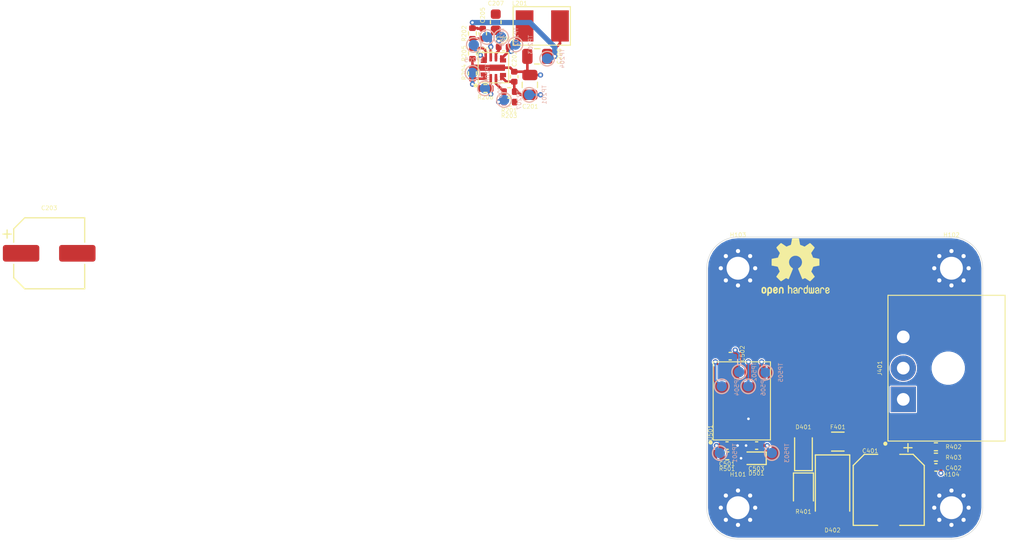
<source format=kicad_pcb>
(kicad_pcb (version 20211014) (generator pcbnew)
  (layers (0 "F.Cu" signal) (1 "In1.Cu" power "GND_F") (2 "In2.Cu" power "GND_B") (31 "B.Cu" signal) (34 "B.Paste" user) (35 "F.Paste" user) (36 "B.SilkS" user "B.Silkscreen") (37 "F.SilkS" user "F.Silkscreen") (38 "B.Mask" user) (39 "F.Mask" user) (44 "Edge.Cuts" user))
  (net 0 "")
  (net 1 "GND")
  (net 2 "+3V3")
  (net 3 "/LMR36503/PGOOD")
  (net 4 "/LMR36503/SW")
  (net 5 "/LMR36503/BOOT")
  (net 6 "/LMR36503/FB")
  (net 7 "/LMR36503/VCC")
  (net 8 "/LMR36503/EN")
  (net 9 "/LMR36503/RT")
  (net 10 "+12V")
  (net 11 "+12P")
  (net 12 "/POWER/FUSE/MEASURE/VBAT_ADC")
  (net 13 "/MC33660/ISO_KLINE")
  (net 14 "Net-(D401-Pad2)")
  (net 15 "Net-(D401-Pad1)")
  (net 16 "/MC33660/ISO_CEN")
  (net 17 "/MC33660/ISO_RX")
  (net 18 "/MC33660/ISO_TX")
  (footprint "Capacitor_SMD:CP_Elec_6.3x7.7" (layer "F.Cu") (at 93.345 75.565)
    (fp_text reference "C203" (at 0 -4.35) (layer "F.SilkS") (effects (font (size 0.4 0.4) (thickness 0.05))))
    (fp_text value "4u7")
    (pad "1" smd roundrect locked (at -2.7 0) (size 3.5 1.6) (layers "F.Cu" "F.Paste" "F.Mask") (roundrect_rratio 0.15625) (net 1 "GND"))
    (pad "2" smd roundrect locked (at 2.7 0) (size 3.5 1.6) (layers "F.Cu" "F.Paste" "F.Mask") (roundrect_rratio 0.15625) (net 1 "GND"))
  )
  (footprint "Symbol:OSHW-Logo2_7.3x6mm_SilkScreen" (layer "F.Cu") (at 165.0245 76.886)
    (fp_text reference "N101" hide)
    (fp_text value "Housing" hide)
  )
  (footprint "MountingHole:MountingHole_2.2mm_M2_Pad_Via" (layer "F.Cu") (at 180 77)
    (fp_text reference "H102" (at 0 -3.2) (layer "F.SilkS") (effects (font (size 0.4 0.4) (thickness 0.05))))
    (fp_text value "MountingHole_Pad")
    (pad "1" thru_hole circle locked (at -1.166726 1.166726) (size 0.7 0.7) (drill 0.4) (layers *.Cu *.Mask) (net 1 "GND"))
    (pad "1" thru_hole circle locked (at 0 0) (size 4.4 4.4) (drill 2.2) (layers *.Cu *.Mask) (net 1 "GND"))
    (pad "1" thru_hole circle locked (at 0 1.65) (size 0.7 0.7) (drill 0.4) (layers *.Cu *.Mask) (net 1 "GND"))
    (pad "1" thru_hole circle locked (at 1.166726 1.166726) (size 0.7 0.7) (drill 0.4) (layers *.Cu *.Mask) (net 1 "GND"))
    (pad "1" thru_hole circle locked (at -1.166726 -1.166726) (size 0.7 0.7) (drill 0.4) (layers *.Cu *.Mask) (net 1 "GND"))
    (pad "1" thru_hole circle locked (at 1.65 0) (size 0.7 0.7) (drill 0.4) (layers *.Cu *.Mask) (net 1 "GND"))
    (pad "1" thru_hole circle locked (at -1.65 0) (size 0.7 0.7) (drill 0.4) (layers *.Cu *.Mask) (net 1 "GND"))
    (pad "1" thru_hole circle locked (at 0 -1.65) (size 0.7 0.7) (drill 0.4) (layers *.Cu *.Mask) (net 1 "GND"))
    (pad "1" thru_hole circle locked (at 1.166726 -1.166726) (size 0.7 0.7) (drill 0.4) (layers *.Cu *.Mask) (net 1 "GND"))
  )
  (footprint "MountingHole:MountingHole_2.2mm_M2_Pad_Via" (layer "F.Cu") (at 159.5 77)
    (fp_text reference "H103" (at 0 -3.2) (layer "F.SilkS") (effects (font (size 0.4 0.4) (thickness 0.05))))
    (fp_text value "MountingHole_Pad")
    (pad "1" thru_hole circle locked (at 1.166726 -1.166726) (size 0.7 0.7) (drill 0.4) (layers *.Cu *.Mask) (net 1 "GND"))
    (pad "1" thru_hole circle locked (at -1.65 0) (size 0.7 0.7) (drill 0.4) (layers *.Cu *.Mask) (net 1 "GND"))
    (pad "1" thru_hole circle locked (at 1.65 0) (size 0.7 0.7) (drill 0.4) (layers *.Cu *.Mask) (net 1 "GND"))
    (pad "1" thru_hole circle locked (at -1.166726 1.166726) (size 0.7 0.7) (drill 0.4) (layers *.Cu *.Mask) (net 1 "GND"))
    (pad "1" thru_hole circle locked (at 0 0) (size 4.4 4.4) (drill 2.2) (layers *.Cu *.Mask) (net 1 "GND"))
    (pad "1" thru_hole circle locked (at 0 -1.65) (size 0.7 0.7) (drill 0.4) (layers *.Cu *.Mask) (net 1 "GND"))
    (pad "1" thru_hole circle locked (at 0 1.65) (size 0.7 0.7) (drill 0.4) (layers *.Cu *.Mask) (net 1 "GND"))
    (pad "1" thru_hole circle locked (at 1.166726 1.166726) (size 0.7 0.7) (drill 0.4) (layers *.Cu *.Mask) (net 1 "GND"))
    (pad "1" thru_hole circle locked (at -1.166726 -1.166726) (size 0.7 0.7) (drill 0.4) (layers *.Cu *.Mask) (net 1 "GND"))
  )
  (footprint "MountingHole:MountingHole_2.2mm_M2_Pad_Via" (layer "F.Cu") (at 180 100)
    (fp_text reference "H104" (at 0 -3.2) (layer "F.SilkS") (effects (font (size 0.4 0.4) (thickness 0.05))))
    (fp_text value "MountingHole_Pad")
    (pad "1" thru_hole circle locked (at 0 1.65) (size 0.7 0.7) (drill 0.4) (layers *.Cu *.Mask) (net 1 "GND"))
    (pad "1" thru_hole circle locked (at 0 -1.65) (size 0.7 0.7) (drill 0.4) (layers *.Cu *.Mask) (net 1 "GND"))
    (pad "1" thru_hole circle locked (at 1.166726 -1.166726) (size 0.7 0.7) (drill 0.4) (layers *.Cu *.Mask) (net 1 "GND"))
    (pad "1" thru_hole circle locked (at -1.166726 -1.166726) (size 0.7 0.7) (drill 0.4) (layers *.Cu *.Mask) (net 1 "GND"))
    (pad "1" thru_hole circle locked (at 1.65 0) (size 0.7 0.7) (drill 0.4) (layers *.Cu *.Mask) (net 1 "GND"))
    (pad "1" thru_hole circle locked (at -1.166726 1.166726) (size 0.7 0.7) (drill 0.4) (layers *.Cu *.Mask) (net 1 "GND"))
    (pad "1" thru_hole circle locked (at 0 0) (size 4.4 4.4) (drill 2.2) (layers *.Cu *.Mask) (net 1 "GND"))
    (pad "1" thru_hole circle locked (at -1.65 0) (size 0.7 0.7) (drill 0.4) (layers *.Cu *.Mask) (net 1 "GND"))
    (pad "1" thru_hole circle locked (at 1.166726 1.166726) (size 0.7 0.7) (drill 0.4) (layers *.Cu *.Mask) (net 1 "GND"))
  )
  (footprint "FZ6N_GATEWAY:2-1445055-3" (layer "F.Cu") (at 179.528 86.6 90)
    (fp_text reference "J401" (at 0.005 -6.405 90) (layer "F.SilkS") (effects (font (size 0.4 0.4) (thickness 0.05))))
    (fp_text value "Conn_01x03_Male")
    (pad "" np_thru_hole circle locked (at 0.005 0.165 90) (size 3 3) (drill 3) (layers *.Cu *.Mask))
    (pad "1" thru_hole rect locked (at -2.995 -4.155 90) (size 2.44 2.44) (drill 1.22) (layers *.Cu *.Mask) (net 10 "+12V"))
    (pad "2" thru_hole circle locked (at 0.005 -4.155 90) (size 2.44 2.44) (drill 1.22) (layers *.Cu *.Mask))
    (pad "3" thru_hole circle locked (at 3.005 -4.155 90) (size 2.44 2.44) (drill 1.22) (layers *.Cu *.Mask) (net 1 "GND"))
  )
  (footprint "MountingHole:MountingHole_2.2mm_M2_Pad_Via" (layer "F.Cu") (at 159.5 100)
    (fp_text reference "H101" (at 0 -3.2) (layer "F.SilkS") (effects (font (size 0.4 0.4) (thickness 0.05))))
    (fp_text value "MountingHole_Pad")
    (pad "1" thru_hole circle locked (at 0 1.65) (size 0.7 0.7) (drill 0.4) (layers *.Cu *.Mask) (net 1 "GND"))
    (pad "1" thru_hole circle locked (at -1.65 0) (size 0.7 0.7) (drill 0.4) (layers *.Cu *.Mask) (net 1 "GND"))
    (pad "1" thru_hole circle locked (at -1.166726 1.166726) (size 0.7 0.7) (drill 0.4) (layers *.Cu *.Mask) (net 1 "GND"))
    (pad "1" thru_hole circle locked (at 0 -1.65) (size 0.7 0.7) (drill 0.4) (layers *.Cu *.Mask) (net 1 "GND"))
    (pad "1" thru_hole circle locked (at 1.166726 1.166726) (size 0.7 0.7) (drill 0.4) (layers *.Cu *.Mask) (net 1 "GND"))
    (pad "1" thru_hole circle locked (at -1.166726 -1.166726) (size 0.7 0.7) (drill 0.4) (layers *.Cu *.Mask) (net 1 "GND"))
    (pad "1" thru_hole circle locked (at 0 0) (size 4.4 4.4) (drill 2.2) (layers *.Cu *.Mask) (net 1 "GND"))
    (pad "1" thru_hole circle locked (at 1.65 0) (size 0.7 0.7) (drill 0.4) (layers *.Cu *.Mask) (net 1 "GND"))
    (pad "1" thru_hole circle locked (at 1.166726 -1.166726) (size 0.7 0.7) (drill 0.4) (layers *.Cu *.Mask) (net 1 "GND"))
  )
  (footprint "Fuse:Fuse_1206_3216Metric" (layer "F.Cu") (at 169.0885 93.65)
    (fp_text reference "F401" (at 0 -1.397) (layer "F.SilkS") (effects (font (size 0.4 0.4) (thickness 0.05))))
    (fp_text value "Fuse")
    (pad "1" smd roundrect locked (at -1.4 0) (size 1.25 1.75) (layers "F.Cu" "F.Paste" "F.Mask") (roundrect_rratio 0.2) (net 14 "Net-(D401-Pad2)"))
    (pad "2" smd roundrect locked (at 1.4 0) (size 1.25 1.75) (layers "F.Cu" "F.Paste" "F.Mask") (roundrect_rratio 0.2) (net 10 "+12V"))
  )
  (footprint "Capacitor_SMD:CP_Elec_6.3x5.7" (layer "F.Cu") (at 173.978 98.2855 -90)
    (fp_text reference "C401" (at -3.7465 1.778) (layer "F.SilkS") (effects (font (size 0.4 0.4) (thickness 0.05))))
    (fp_text value "22u")
    (pad "1" smd roundrect locked (at -2.7 0 270) (size 3.5 1.6) (layers "F.Cu" "F.Paste" "F.Mask") (roundrect_rratio 0.15625) (net 10 "+12V"))
    (pad "2" smd roundrect locked (at 2.7 0 270) (size 3.5 1.6) (layers "F.Cu" "F.Paste" "F.Mask") (roundrect_rratio 0.15625) (net 1 "GND"))
  )
  (footprint "Capacitor_SMD:C_0402_1005Metric" (layer "F.Cu") (at 178.50968 96.1265)
    (fp_text reference "C402" (at 1.69132 0.0635) (layer "F.SilkS") (effects (font (size 0.4 0.4) (thickness 0.05))))
    (fp_text value "100n")
    (pad "1" smd roundrect locked (at -0.48 0) (size 0.56 0.62) (layers "F.Cu" "F.Paste" "F.Mask") (net 1 "GND"))
    (pad "2" smd roundrect locked (at 0.48 0) (size 0.56 0.62) (layers "F.Cu" "F.Paste" "F.Mask") (net 12 "/POWER/FUSE/MEASURE/VBAT_ADC"))
  )
  (footprint "Capacitor_SMD:C_0402_1005Metric" (layer "F.Cu") (at 161.2909 94.0303)
    (fp_text reference "C503" (at -0.0254 2.2098) (layer "F.SilkS") (effects (font (size 0.4 0.4) (thickness 0.05))))
    (fp_text value "10n")
    (pad "1" smd roundrect locked (at -0.48 0) (size 0.56 0.62) (layers "F.Cu" "F.Paste" "F.Mask") (net 1 "GND"))
    (pad "2" smd roundrect locked (at 0.48 0) (size 0.56 0.62) (layers "F.Cu" "F.Paste" "F.Mask") (net 13 "/MC33660/ISO_KLINE"))
  )
  (footprint "Diode_SMD:D_SOD-323_HandSoldering" (layer "F.Cu") (at 165.7865 94.539 90)
    (fp_text reference "D401" (at 2.286 0 180) (layer "F.SilkS") (effects (font (size 0.4 0.4) (thickness 0.05))))
    (fp_text value "350mV")
    (pad "1" smd rect locked (at -1.25 0 90) (size 1 1) (layers "F.Cu" "F.Paste" "F.Mask") (net 15 "Net-(D401-Pad1)"))
    (pad "2" smd rect locked (at 1.25 0 90) (size 1 1) (layers "F.Cu" "F.Paste" "F.Mask") (net 14 "Net-(D401-Pad2)"))
  )
  (footprint "Diode_SMD:D_SMA" (layer "F.Cu") (at 168.5805 98.33122 -90)
    (fp_text reference "D402" (at 3.82778 0 180) (layer "F.SilkS") (effects (font (size 0.4 0.4) (thickness 0.05))))
    (fp_text value "22V")
    (pad "1" smd rect locked (at -2 0 270) (size 2.5 1.8) (layers "F.Cu" "F.Paste" "F.Mask") (net 14 "Net-(D401-Pad2)"))
    (pad "2" smd rect locked (at 2 0 270) (size 2.5 1.8) (layers "F.Cu" "F.Paste" "F.Mask") (net 1 "GND"))
  )
  (footprint "Diode_SMD:D_0805_2012Metric" (layer "F.Cu") (at 165.7865 98.349 -90)
    (fp_text reference "R401" (at 2.032 0 180) (layer "F.SilkS") (effects (font (size 0.4 0.4) (thickness 0.05))))
    (fp_text value "340k")
    (pad "1" smd roundrect locked (at -0.9375 0 270) (size 0.975 1.4) (layers "F.Cu" "F.Paste" "F.Mask") (net 15 "Net-(D401-Pad1)"))
    (pad "2" smd roundrect locked (at 0.9375 0 270) (size 0.975 1.4) (layers "F.Cu" "F.Paste" "F.Mask") (net 11 "+12P"))
  )
  (footprint "FZ6N_GATEWAY:MC33660_SOICN-8" (layer "F.Cu") (at 159.8685 89.7377 90)
    (fp_text reference "U501" (at -3.0734 -3.0226 90) (layer "F.SilkS") (effects (font (size 0.4 0.4) (thickness 0.05))))
    (fp_text value "MC33660")
    (pad "1" smd rect locked (at -2.74 -1.905 90) (size 1.52 0.76) (layers "F.Cu" "F.Paste" "F.Mask") (net 11 "+12P"))
    (pad "2" smd rect locked (at -2.74 -0.635 90) (size 1.52 0.76) (layers "F.Cu" "F.Paste" "F.Mask"))
    (pad "3" smd rect locked (at -2.74 0.635 90) (size 1.52 0.76) (layers "F.Cu" "F.Paste" "F.Mask") (net 1 "GND"))
    (pad "4" smd rect locked (at -2.74 1.905 90) (size 1.52 0.76) (layers "F.Cu" "F.Paste" "F.Mask") (net 13 "/MC33660/ISO_KLINE"))
    (pad "5" smd rect locked (at 2.74 1.905 90) (size 1.52 0.76) (layers "F.Cu" "F.Paste" "F.Mask") (net 18 "/MC33660/ISO_TX"))
    (pad "6" smd rect locked (at 2.74 0.635 90) (size 1.52 0.76) (layers "F.Cu" "F.Paste" "F.Mask") (net 17 "/MC33660/ISO_RX"))
    (pad "7" smd rect locked (at 2.74 -0.635 90) (size 1.52 0.76) (layers "F.Cu" "F.Paste" "F.Mask") (net 2 "+3V3"))
    (pad "8" smd rect locked (at 2.74 -1.905 90) (size 1.52 0.76) (layers "F.Cu" "F.Paste" "F.Mask") (net 16 "/MC33660/ISO_CEN"))
  )
  (footprint "Resistor_SMD:R_0402_1005Metric" (layer "F.Cu") (at 158.4661 95.0209 180)
    (fp_text reference "R501" (at 0.02 -1.2446) (layer "F.SilkS") (effects (font (size 0.4 0.4) (thickness 0.05))))
    (fp_text value "510R")
    (pad "1" smd roundrect locked (at -0.51 0 180) (size 0.54 0.64) (layers "F.Cu" "F.Paste" "F.Mask") (net 13 "/MC33660/ISO_KLINE"))
    (pad "2" smd roundrect locked (at 0.51 0 180) (size 0.54 0.64) (layers "F.Cu" "F.Paste" "F.Mask") (net 11 "+12P"))
  )
  (footprint "Capacitor_SMD:C_0402_1005Metric" (layer "F.Cu") (at 158.4461 94.0303 180)
    (fp_text reference "C501" (at 0 -1.7526) (layer "F.SilkS") (effects (font (size 0.4 0.4) (thickness 0.05))))
    (fp_text value "10n")
    (pad "1" smd roundrect locked (at -0.48 0 180) (size 0.56 0.62) (layers "F.Cu" "F.Paste" "F.Mask") (net 1 "GND"))
    (pad "2" smd roundrect locked (at 0.48 0 180) (size 0.56 0.62) (layers "F.Cu" "F.Paste" "F.Mask") (net 11 "+12P"))
  )
  (footprint "Capacitor_SMD:C_0402_1005Metric" (layer "F.Cu") (at 158.7509 85.4451)
    (fp_text reference "C502" (at 1.1684 -0.254 90) (layer "F.SilkS") (effects (font (size 0.4 0.4) (thickness 0.05))))
    (fp_text value "10n")
    (pad "1" smd roundrect locked (at -0.48 0) (size 0.56 0.62) (layers "F.Cu" "F.Paste" "F.Mask") (net 1 "GND"))
    (pad "2" smd roundrect locked (at 0.48 0) (size 0.56 0.62) (layers "F.Cu" "F.Paste" "F.Mask") (net 2 "+3V3"))
  )
  (footprint "Diode_SMD:D_SOD-523" (layer "F.Cu") (at 161.0623 95.2495 180)
    (fp_text reference "D501" (at -0.2032 -1.4478) (layer "F.SilkS") (effects (font (size 0.4 0.4) (thickness 0.05))))
    (fp_text value "24V")
    (pad "1" smd rect locked (at -0.7 0) (size 0.6 0.7) (layers "F.Cu" "F.Paste" "F.Mask") (net 13 "/MC33660/ISO_KLINE"))
    (pad "2" smd rect locked (at 0.7 0) (size 0.6 0.7) (layers "F.Cu" "F.Paste" "F.Mask") (net 1 "GND"))
  )
  (footprint "Resistor_SMD:R_0402_1005Metric" (layer "F.Cu") (at 178.50936 94.15038 180)
    (fp_text reference "R402" (at -1.69164 -0.00762) (layer "F.SilkS") (effects (font (size 0.4 0.4) (thickness 0.05))))
    (fp_text value "71k5")
    (pad "1" smd roundrect locked (at -0.51 0 180) (size 0.54 0.64) (layers "F.Cu" "F.Paste" "F.Mask") (net 12 "/POWER/FUSE/MEASURE/VBAT_ADC"))
    (pad "2" smd roundrect locked (at 0.51 0 180) (size 0.54 0.64) (layers "F.Cu" "F.Paste" "F.Mask") (net 10 "+12V"))
  )
  (footprint "Resistor_SMD:R_0402_1005Metric" (layer "F.Cu") (at 178.50968 95.14352)
    (fp_text reference "R403" (at 1.69132 0.03048) (layer "F.SilkS") (effects (font (size 0.4 0.4) (thickness 0.05))))
    (fp_text value "15k8")
    (pad "1" smd roundrect locked (at -0.51 0) (size 0.54 0.64) (layers "F.Cu" "F.Paste" "F.Mask") (net 1 "GND"))
    (pad "2" smd roundrect locked (at 0.51 0) (size 0.54 0.64) (layers "F.Cu" "F.Paste" "F.Mask") (net 12 "/POWER/FUSE/MEASURE/VBAT_ADC"))
  )
  (footprint "Capacitor_SMD:C_0402_1005Metric" (layer "F.Cu") (at 136.9936 55.751 180)
    (fp_text reference "C204" (at -0.014 0.76) (layer "F.SilkS") (effects (font (size 0.4 0.4) (thickness 0.05))))
    (fp_text value "100n")
    (pad "1" smd roundrect locked (at -0.48 0 180) (size 0.56 0.62) (layers "F.Cu" "F.Paste" "F.Mask") (net 4 "/LMR36503/SW"))
    (pad "2" smd roundrect locked (at 0.48 0 180) (size 0.56 0.62) (layers "F.Cu" "F.Paste" "F.Mask") (net 5 "/LMR36503/BOOT"))
  )
  (footprint "Capacitor_SMD:C_0402_1005Metric" (layer "F.Cu") (at 138.0102 58.6046 -90)
    (fp_text reference "C202" (at -1.7086 -0.0134 90) (layer "F.SilkS") (effects (font (size 0.4 0.4) (thickness 0.05))))
    (fp_text value "100n")
    (pad "1" smd roundrect locked (at -0.48 0 270) (size 0.56 0.62) (layers "F.Cu" "F.Paste" "F.Mask") (net 1 "GND"))
    (pad "2" smd roundrect locked (at 0.48 0 270) (size 0.56 0.62) (layers "F.Cu" "F.Paste" "F.Mask") (net 11 "+12P"))
  )
  (footprint "FZ6N_GATEWAY:LMR36503_VQFN-HR-9" (layer "F.Cu") (at 136.0036 57.741 90)
    (fp_text reference "U201" (at 1.734 -0.774) (layer "F.SilkS") (effects (font (size 0.4 0.4) (thickness 0.05))))
    (fp_text value "LMR36503")
    (pad "1" smd custom locked (at -0.825 -0.736 90) (size 0.75 0.225) (layers "F.Cu" "F.Mask") (net 9 "/LMR36503/RT") (options (clearance outline) (anchor rect)) (primitives (gr_poly (pts (xy 0.37 0.108) (xy -0.03 0.108) (xy -0.03 -0.467) (xy 0.37 -0.467)) (width 0.01) (fill yes))))
    (pad "2" smd roundrect locked (at -0.9 -0.25 90) (size 0.6 0.25) (layers "F.Cu" "F.Paste" "F.Mask") (roundrect_rratio 0.2) (net 3 "/LMR36503/PGOOD"))
    (pad "3" smd roundrect locked (at -0.9 0.25 90) (size 0.6 0.25) (layers "F.Cu" "F.Paste" "F.Mask") (roundrect_rratio 0.2) (net 8 "/LMR36503/EN"))
    (pad "4" smd custom locked (at -0.85 0.75 90) (size 0.7 0.225) (layers "F.Cu" "F.Paste" "F.Mask") (net 11 "+12P") (options (clearance outline) (anchor rect)) (primitives (gr_poly (pts (xy 0.345 0.465) (xy -0.055 0.465) (xy -0.055 -0.11) (xy 0.345 -0.11)) (width 0.01) (fill yes))))
    (pad "5" smd custom locked (at 0.85 0.75 90) (size 0.7 0.225) (layers "F.Cu" "F.Paste" "F.Mask") (net 4 "/LMR36503/SW") (options (clearance outline) (anchor rect)) (primitives (gr_poly (pts (xy 0.055 0.465) (xy -0.345 0.465) (xy -0.345 -0.11) (xy 0.055 -0.11)) (width 0.01) (fill yes))))
    (pad "6" smd roundrect locked (at 0.9 0.25 90) (size 0.6 0.25) (layers "F.Cu" "F.Paste" "F.Mask") (roundrect_rratio 0.2) (net 5 "/LMR36503/BOOT"))
    (pad "7" smd roundrect locked (at 0.9 -0.25 90) (size 0.6 0.25) (layers "F.Cu" "F.Paste" "F.Mask") (roundrect_rratio 0.2) (net 7 "/LMR36503/VCC"))
    (pad "8" smd custom locked (at 0.825 -0.736 90) (size 0.75 0.225) (layers "F.Cu" "F.Mask") (net 6 "/LMR36503/FB") (options (clearance outline) (anchor rect)) (primitives (gr_poly (pts (xy 0.03 0.108) (xy -0.37 0.108) (xy -0.37 -0.467) (xy 0.03 -0.467)) (width 0.01) (fill yes))))
    (pad "9" smd roundrect locked (at 0 -0.55 270) (size 0.35 1.3) (layers "F.Cu" "F.Mask") (roundrect_rratio 0.143) (net 1 "GND"))
  )
  (footprint "FZ6N_GATEWAY:PM1812-820J-RC" (layer "F.Cu") (at 140.7026 53.7278)
    (fp_text reference "L201" (at -2.171 -2.1658) (layer "F.SilkS") (effects (font (size 0.4 0.4) (thickness 0.05))))
    (fp_text value "82u")
    (pad "1" smd rect locked (at -1.7 0) (size 1.7 3) (layers "F.Cu" "F.Paste" "F.Mask") (net 4 "/LMR36503/SW"))
    (pad "2" smd rect locked (at 1.7 0) (size 1.7 3) (layers "F.Cu" "F.Paste" "F.Mask") (net 2 "+3V3"))
  )
  (footprint "Resistor_SMD:R_0402_1005Metric" (layer "F.Cu") (at 135.2416 59.7349 180)
    (fp_text reference "R206" (at 0 -0.8441) (layer "F.SilkS") (effects (font (size 0.4 0.4) (thickness 0.05))))
    (fp_text value "4k7")
    (pad "1" smd roundrect locked (at -0.51 0 180) (size 0.54 0.64) (layers "F.Cu" "F.Paste" "F.Mask") (net 3 "/LMR36503/PGOOD"))
    (pad "2" smd roundrect locked (at 0.51 0 180) (size 0.54 0.64) (layers "F.Cu" "F.Paste" "F.Mask") (net 2 "+3V3"))
  )
  (footprint "Resistor_SMD:R_0402_1005Metric" (layer "F.Cu") (at 133.997 56.366 90)
    (fp_text reference "R205" (at 0 -0.7994 90) (layer "F.SilkS") (effects (font (size 0.4 0.4) (thickness 0.05))))
    (fp_text value "43k2")
    (pad "1" smd roundrect locked (at -0.51 0 90) (size 0.54 0.64) (layers "F.Cu" "F.Paste" "F.Mask") (net 1 "GND"))
    (pad "2" smd roundrect locked (at 0.51 0 90) (size 0.54 0.64) (layers "F.Cu" "F.Paste" "F.Mask") (net 6 "/LMR36503/FB"))
  )
  (footprint "Capacitor_SMD:C_0402_1005Metric" (layer "F.Cu") (at 134.9836 54.471 90)
    (fp_text reference "C205" (at 1.766 -0.008 90) (layer "F.SilkS") (effects (font (size 0.4 0.4) (thickness 0.05))))
    (fp_text value "10n")
    (pad "1" smd roundrect locked (at -0.48 0 90) (size 0.56 0.62) (layers "F.Cu" "F.Paste" "F.Mask") (net 6 "/LMR36503/FB"))
    (pad "2" smd roundrect locked (at 0.48 0 90) (size 0.56 0.62) (layers "F.Cu" "F.Paste" "F.Mask") (net 2 "+3V3"))
  )
  (footprint "Capacitor_SMD:C_0805_2012Metric" (layer "F.Cu") (at 140.22 56.6488)
    (fp_text reference "C206" (at 2.1216 -0.0068 90) (layer "F.SilkS") (effects (font (size 0.4 0.4) (thickness 0.05))))
    (fp_text value "22u")
    (pad "1" smd roundrect locked (at -0.95 0) (size 1 1.45) (layers "F.Cu" "F.Paste" "F.Mask") (net 1 "GND"))
    (pad "2" smd roundrect locked (at 0.95 0) (size 1 1.45) (layers "F.Cu" "F.Paste" "F.Mask") (net 2 "+3V3"))
  )
  (footprint "Resistor_SMD:R_0402_1005Metric" (layer "F.Cu") (at 133.997 58.2871 -90)
    (fp_text reference "R204" (at -0.1211 0.7994 90) (layer "F.SilkS") (effects (font (size 0.4 0.4) (thickness 0.05))))
    (fp_text value "15k8")
    (pad "1" smd roundrect locked (at -0.51 0 270) (size 0.54 0.64) (layers "F.Cu" "F.Paste" "F.Mask") (net 1 "GND"))
    (pad "2" smd roundrect locked (at 0.51 0 270) (size 0.54 0.64) (layers "F.Cu" "F.Paste" "F.Mask") (net 9 "/LMR36503/RT"))
  )
  (footprint "Resistor_SMD:R_0402_1005Metric" (layer "F.Cu") (at 133.9936 54.451 90)
    (fp_text reference "R202" (at 0 -0.796 90) (layer "F.SilkS") (effects (font (size 0.4 0.4) (thickness 0.05))))
    (fp_text value "100k")
    (pad "1" smd roundrect locked (at -0.51 0 90) (size 0.54 0.64) (layers "F.Cu" "F.Paste" "F.Mask") (net 6 "/LMR36503/FB"))
    (pad "2" smd roundrect locked (at 0.51 0 90) (size 0.54 0.64) (layers "F.Cu" "F.Paste" "F.Mask") (net 2 "+3V3"))
  )
  (footprint "Resistor_SMD:R_0402_1005Metric" (layer "F.Cu") (at 137.5403 60.0397)
    (fp_text reference "R201" (at -0.0247 1.8093) (layer "F.SilkS") (effects (font (size 0.4 0.4) (thickness 0.05))))
    (fp_text value "340k")
    (pad "1" smd roundrect locked (at -0.51 0) (size 0.54 0.64) (layers "F.Cu" "F.Paste" "F.Mask") (net 8 "/LMR36503/EN"))
    (pad "2" smd roundrect locked (at 0.51 0) (size 0.54 0.64) (layers "F.Cu" "F.Paste" "F.Mask") (net 11 "+12P"))
  )
  (footprint "Capacitor_SMD:C_0805_2012Metric" (layer "F.Cu") (at 139.5088 59.392 -90)
    (fp_text reference "C201" (at 2.076 -0.0388) (layer "F.SilkS") (effects (font (size 0.4 0.4) (thickness 0.05))))
    (fp_text value "2u2")
    (pad "1" smd roundrect locked (at -0.95 0 270) (size 1 1.45) (layers "F.Cu" "F.Paste" "F.Mask") (net 1 "GND"))
    (pad "2" smd roundrect locked (at 0.95 0 270) (size 1 1.45) (layers "F.Cu" "F.Paste" "F.Mask") (net 11 "+12P"))
  )
  (footprint "Resistor_SMD:R_0402_1005Metric" (layer "F.Cu") (at 137.5403 61.043 180)
    (fp_text reference "R203" (at 0.0247 -1.314) (layer "F.SilkS") (effects (font (size 0.4 0.4) (thickness 0.05))))
    (fp_text value "15k8")
    (pad "1" smd roundrect locked (at -0.51 0 180) (size 0.54 0.64) (layers "F.Cu" "F.Paste" "F.Mask") (net 1 "GND"))
    (pad "2" smd roundrect locked (at 0.51 0 180) (size 0.54 0.64) (layers "F.Cu" "F.Paste" "F.Mask") (net 8 "/LMR36503/EN"))
  )
  (footprint "Capacitor_SMD:C_0603_1608Metric" (layer "F.Cu") (at 136.2336 53.371 -90)
    (fp_text reference "C207" (at -1.809 -0.012 180) (layer "F.SilkS") (effects (font (size 0.4 0.4) (thickness 0.05))))
    (fp_text value "1u")
    (pad "1" smd roundrect locked (at -0.775 0 270) (size 0.9 0.95) (layers "F.Cu" "F.Paste" "F.Mask") (net 1 "GND"))
    (pad "2" smd roundrect locked (at 0.775 0 270) (size 0.9 0.95) (layers "F.Cu" "F.Paste" "F.Mask") (net 7 "/LMR36503/VCC"))
  )
  (footprint "TestPoint:TestPoint_Pad_D1.0mm" (layer "B.Cu") (at 157.75 94.75 90)
    (fp_text reference "TP501" (at 0 1.448 90) (layer "B.SilkS") (effects (font (size 0.4 0.4) (thickness 0.05)) (justify mirror)))
    (fp_text value "TestPoint")
    (pad "1" smd circle locked (at 0 0 90) (size 1 1) (layers "B.Cu" "B.Mask") (net 11 "+12P"))
  )
  (footprint "TestPoint:TestPoint_Pad_D1.0mm" (layer "B.Cu") (at 159.6145 86.9691 90)
    (fp_text reference "TP502" (at 0 1.448 90) (layer "B.SilkS") (effects (font (size 0.4 0.4) (thickness 0.05)) (justify mirror)))
    (fp_text value "TestPoint")
    (pad "1" smd circle locked (at 0 0 90) (size 1 1) (layers "B.Cu" "B.Mask") (net 2 "+3V3"))
  )
  (footprint "TestPoint:TestPoint_Pad_D1.0mm" (layer "B.Cu") (at 162.75 94.75 90)
    (fp_text reference "TP503" (at 0 1.448 90) (layer "B.SilkS") (effects (font (size 0.4 0.4) (thickness 0.05)) (justify mirror)))
    (fp_text value "TestPoint")
    (pad "1" smd circle locked (at 0 0 90) (size 1 1) (layers "B.Cu" "B.Mask") (net 13 "/MC33660/ISO_KLINE"))
  )
  (footprint "TestPoint:TestPoint_Pad_D1.0mm" (layer "B.Cu") (at 157.9381 88.3407 90)
    (fp_text reference "TP504" (at 0 1.448 90) (layer "B.SilkS") (effects (font (size 0.4 0.4) (thickness 0.05)) (justify mirror)))
    (fp_text value "TestPoint")
    (pad "1" smd circle locked (at 0 0 90) (size 1 1) (layers "B.Cu" "B.Mask") (net 16 "/MC33660/ISO_CEN"))
  )
  (footprint "TestPoint:TestPoint_Pad_D1.0mm" (layer "B.Cu") (at 162.1545 87.0199 90)
    (fp_text reference "TP505" (at 0 1.448 90) (layer "B.SilkS") (effects (font (size 0.4 0.4) (thickness 0.05)) (justify mirror)))
    (fp_text value "TestPoint")
    (pad "1" smd circle locked (at 0 0 90) (size 1 1) (layers "B.Cu" "B.Mask") (net 18 "/MC33660/ISO_TX"))
  )
  (footprint "TestPoint:TestPoint_Pad_D1.0mm" (layer "B.Cu") (at 135.3936 54.791 90)
    (fp_text reference "TP209" (at 0 1.448 90) (layer "B.SilkS") (effects (font (size 0.4 0.4) (thickness 0.05)) (justify mirror)))
    (fp_text value "TestPoint")
    (pad "1" smd circle locked (at 0 0 90) (size 1 1) (layers "B.Cu" "B.Mask") (net 7 "/LMR36503/VCC"))
  )
  (footprint "TestPoint:TestPoint_Pad_D1.0mm" (layer "B.Cu") (at 137.0323 60.8398 90)
    (fp_text reference "TP207" (at 0 1.448 90) (layer "B.SilkS") (effects (font (size 0.4 0.4) (thickness 0.05)) (justify mirror)))
    (fp_text value "TestPoint")
    (pad "1" smd circle locked (at 0 0 90) (size 1 1) (layers "B.Cu" "B.Mask") (net 8 "/LMR36503/EN"))
  )
  (footprint "TestPoint:TestPoint_Pad_D1.0mm" (layer "B.Cu") (at 133.997 58.23376 90)
    (fp_text reference "TP208" (at 0 1.448 90) (layer "B.SilkS") (effects (font (size 0.4 0.4) (thickness 0.05)) (justify mirror)))
    (fp_text value "TestPoint")
    (pad "1" smd circle locked (at 0 0 90) (size 1 1) (layers "B.Cu" "B.Mask") (net 9 "/LMR36503/RT"))
  )
  (footprint "TestPoint:TestPoint_Pad_D1.0mm" (layer "B.Cu") (at 141.17504 56.87232 90)
    (fp_text reference "TP204" (at 0 1.448 90) (layer "B.SilkS") (effects (font (size 0.4 0.4) (thickness 0.05)) (justify mirror)))
    (fp_text value "TestPoint")
    (pad "1" smd circle locked (at 0 0 90) (size 1 1) (layers "B.Cu" "B.Mask") (net 2 "+3V3"))
  )
  (footprint "TestPoint:TestPoint_Pad_D1.0mm" (layer "B.Cu") (at 138.12196 55.51596 90)
    (fp_text reference "TP203" (at 0 1.448 90) (layer "B.SilkS") (effects (font (size 0.4 0.4) (thickness 0.05)) (justify mirror)))
    (fp_text value "TestPoint")
    (pad "1" smd circle locked (at 0 0 90) (size 1 1) (layers "B.Cu" "B.Mask") (net 4 "/LMR36503/SW"))
  )
  (footprint "TestPoint:TestPoint_Pad_D1.0mm" (layer "B.Cu") (at 139.45292 60.34704 90)
    (fp_text reference "TP201" (at 0 1.448 90) (layer "B.SilkS") (effects (font (size 0.4 0.4) (thickness 0.05)) (justify mirror)))
    (fp_text value "TestPoint")
    (pad "1" smd circle locked (at 0 0 90) (size 1 1) (layers "B.Cu" "B.Mask") (net 11 "+12P"))
  )
  (footprint "TestPoint:TestPoint_Pad_D1.0mm" (layer "B.Cu") (at 136.74528 54.78952 90)
    (fp_text reference "TP202" (at 0 1.448 90) (layer "B.SilkS") (effects (font (size 0.4 0.4) (thickness 0.05)) (justify mirror)))
    (fp_text value "TestPoint")
    (pad "1" smd circle locked (at 0 0 90) (size 1 1) (layers "B.Cu" "B.Mask") (net 5 "/LMR36503/BOOT"))
  )
  (footprint "TestPoint:TestPoint_Pad_D1.0mm" (layer "B.Cu") (at 134.1236 55.551)
    (fp_text reference "TP205" (at 0 1.448) (layer "B.SilkS") (effects (font (size 0.4 0.4) (thickness 0.05)) (justify mirror)))
    (fp_text value "TestPoint")
    (pad "1" smd circle locked (at 0 0) (size 1 1) (layers "B.Cu" "B.Mask") (net 6 "/LMR36503/FB"))
  )
  (footprint "TestPoint:TestPoint_Pad_D1.0mm" (layer "B.Cu") (at 135.19588 59.7222 90)
    (fp_text reference "TP206" (at 0 1.448 90) (layer "B.SilkS") (effects (font (size 0.4 0.4) (thickness 0.05)) (justify mirror)))
    (fp_text value "TestPoint")
    (pad "1" smd circle locked (at 0 0 90) (size 1 1) (layers "B.Cu" "B.Mask") (net 3 "/LMR36503/PGOOD"))
  )
  (footprint "TestPoint:TestPoint_Pad_D1.0mm" (layer "B.Cu") (at 160.4781 88.3407 90)
    (fp_text reference "TP506" (at 0 1.448 90) (layer "B.SilkS") (effects (font (size 0.4 0.4) (thickness 0.05)) (justify mirror)))
    (fp_text value "TestPoint")
    (pad "1" smd circle locked (at 0 0 90) (size 1 1) (layers "B.Cu" "B.Mask") (net 17 "/MC33660/ISO_RX"))
  )
  (gr_poly (pts (xy 137.0711 57.991) (xy 134.1247 57.991) (xy 134.1247 57.491) (xy 137.0711 57.491)) (layer "F.Cu") (width 0.1) (fill solid))
  (gr_arc (start 180 74) (mid 182.12132 74.87868) (end 183 77) (layer "Edge.Cuts") (width 0.05))
  (gr_line (start 180 74) (end 159.5 74) (layer "Edge.Cuts") (width 0.05))
  (gr_line (start 183 100) (end 183 77) (layer "Edge.Cuts") (width 0.05))
  (gr_line (start 156.5 77) (end 156.5 100) (layer "Edge.Cuts") (width 0.05))
  (gr_arc (start 159.5 103) (mid 157.37868 102.12132) (end 156.5 100) (layer "Edge.Cuts") (width 0.05))
  (gr_arc (start 156.5 77) (mid 157.37868 74.87868) (end 159.5 74) (layer "Edge.Cuts") (width 0.05))
  (gr_arc (start 183 100) (mid 182.12132 102.12132) (end 180 103) (layer "Edge.Cuts") (width 0.05))
  (gr_line (start 159.5 103) (end 180 103) (layer "Edge.Cuts") (width 0.05))
  (segment (start 139.27 58.2032) (end 139.5088 58.442) (width 0.25) (layer "F.Cu") (net 1))
  (segment (start 135.4536 57.741) (end 137.6266 57.741) (width 0.25) (layer "F.Cu") (net 1))
  (segment (start 138.0102 58.1246) (end 139.1914 58.1246) (width 0.25) (layer "F.Cu") (net 1))
  (segment (start 139.1914 58.1246) (end 139.5088 58.442) (width 0.25) (layer "F.Cu") (net 1))
  (segment (start 139.5088 58.442) (end 140.5326 58.442) (width 0.25) (layer "F.Cu") (net 1))
  (segment (start 140.5326 58.442) (end 140.5336 58.441) (width 0.25) (layer "F.Cu") (net 1))
  (segment (start 137.6266 57.741) (end 138.0102 58.1246) (width 0.25) (layer "F.Cu") (net 1))
  (segment (start 135.4175 57.7771) (end 135.4536 57.741) (width 0.25) (layer "F.Cu") (net 1))
  (segment (start 133.997 57.7771) (end 133.997 56.876) (width 0.25) (layer "F.Cu") (net 1))
  (segment (start 133.997 57.7771) (end 135.4175 57.7771) (width 0.25) (layer "F.Cu") (net 1))
  (segment (start 139.27 56.6488) (end 139.27 58.2032) (width 0.25) (layer "F.Cu") (net 1))
  (segment locked (start 160.3623 95.2495) (end 160.3623 94.4789) (width 0.2) (layer "F.Cu") (net 1))
  (segment locked (start 160.8109 94.0303) (end 160.2749 94.0303) (width 0.2) (layer "F.Cu") (net 1))
  (segment locked (start 160.3623 94.4789) (end 160.8109 94.0303) (width 0.2) (layer "F.Cu") (net 1))
  (segment (start 177.99968 95.14352) (end 177.99968 96.0965) (width 0.2) (layer "F.Cu") (net 1))
  (segment locked (start 158.9261 94.0303) (end 159.4621 94.0303) (width 0.2) (layer "F.Cu") (net 1))
  (segment (start 177.99968 96.0965) (end 178.02968 96.1265) (width 0.2) (layer "F.Cu") (net 1))
  (segment locked (start 160.3623 95.2495) (end 159.7923 95.2495) (width 0.2) (layer "F.Cu") (net 1))
  (segment locked (start 160.8109 93.7451) (end 160.5035 93.4377) (width 0.2) (layer "F.Cu") (net 1))
  (segment locked (start 159.4621 94.0303) (end 159.9109 94.0303) (width 0.2) (layer "F.Cu") (net 1))
  (segment locked (start 160.8109 94.0303) (end 160.8109 93.7451) (width 0.2) (layer "F.Cu") (net 1))
  (segment locked (start 159.9109 94.0303) (end 160.5035 93.4377) (width 0.2) (layer "F.Cu") (net 1))
  (segment locked (start 160.5035 93.4377) (end 160.5035 92.4777) (width 0.2) (layer "F.Cu") (net 1))
  (segment locked (start 160.5035 92.4777) (end 160.5035 91.4649) (width 0.2) (layer "F.Cu") (net 1))
  (via (at 140.5336 58.441) (size 0.5) (drill 0.25) (layers "F.Cu" "B.Cu") (net 1))
  (via locked (at 159.4621 94.0303) (size 0.5) (drill 0.25) (layers "F.Cu" "B.Cu") (net 1))
  (via locked (at 160.2749 94.0303) (size 0.5) (drill 0.25) (layers "F.Cu" "B.Cu") (net 1))
  (via locked (at 160.5035 91.4649) (size 0.5) (drill 0.25) (layers "F.Cu" "B.Cu") (net 1))
  (via locked (at 159.7923 95.2495) (size 0.5) (drill 0.25) (layers "F.Cu" "B.Cu") (net 1))
  (segment (start 141.90148 56.6488) (end 141.90656 56.64372) (width 0.25) (layer "F.Cu") (net 2))
  (segment (start 141.17 56.6488) (end 142.4026 55.4162) (width 0.25) (layer "F.Cu") (net 2))
  (segment (start 142.4026 55.4162) (end 142.4026 53.7278) (width 0.25) (layer "F.Cu") (net 2))
  (segment (start 133.9936 53.401) (end 133.9936 53.941) (width 0.25) (layer "F.Cu") (net 2))
  (segment (start 134.5136 53.991) (end 134.4636 53.941) (width 0.25) (layer "F.Cu") (net 2))
  (segment (start 134.4636 53.941) (end 133.9936 53.941) (width 0.25) (layer "F.Cu") (net 2))
  (segment (start 134.9836 53.991) (end 134.5136 53.991) (width 0.25) (layer "F.Cu") (net 2))
  (segment (start 141.17 56.6488) (end 141.90148 56.6488) (width 0.25) (layer "F.Cu") (net 2))
  (segment locked (start 159.2335 85.4477) (end 159.2309 85.4451) (width 0.4) (layer "F.Cu") (net 2))
  (segment locked (start 159.2309 85.4451) (end 159.2309 84.8635) (width 0.4) (layer "F.Cu") (net 2))
  (segment locked (start 159.2335 86.9977) (end 159.2335 85.4477) (width 0.4) (layer "F.Cu") (net 2))
  (segment locked (start 159.2309 84.8635) (end 159.2335 84.8609) (width 0.4) (layer "F.Cu") (net 2))
  (via (at 141.90656 56.64372) (size 0.5) (drill 0.25) (layers "F.Cu" "B.Cu") (net 2))
  (via (at 133.9936 53.401) (size 0.5) (drill 0.25) (layers "F.Cu" "B.Cu") (net 2))
  (via locked (at 159.2335 84.8609) (size 0.5) (drill 0.25) (layers "F.Cu" "B.Cu") (net 2))
  (segment (start 133.9936 53.401) (end 139.5336 53.401) (width 0.5) (layer "B.Cu") (net 2))
  (segment (start 141.90656 55.77396) (end 141.90656 56.64372) (width 0.5) (layer "B.Cu") (net 2))
  (segment (start 139.5336 53.401) (end 141.90656 55.77396) (width 0.5) (layer "B.Cu") (net 2))
  (segment (start 141.17504 56.87232) (end 141.67796 56.87232) (width 0.25) (layer "B.Cu") (net 2))
  (segment (start 141.67796 56.87232) (end 141.90656 56.64372) (width 0.25) (layer "B.Cu") (net 2))
  (segment locked (start 159.6145 85.2419) (end 159.6145 86.9691) (width 0.2) (layer "B.Cu") (net 2))
  (segment locked (start 159.2335 84.8609) (end 159.6145 85.2419) (width 0.2) (layer "B.Cu") (net 2))
  (segment (start 135.7516 59.7349) (end 135.7516 58.643) (width 0.25) (layer "F.Cu") (net 3))
  (segment (start 135.7516 58.643) (end 135.7536 58.641) (width 0.25) (layer "F.Cu") (net 3))
  (segment (start 135.7516 59.7349) (end 135.7516 60.2663) (width 0.25) (layer "F.Cu") (net 3))
  (segment (start 135.7516 60.2663) (end 135.7496 60.2683) (width 0.25) (layer "F.Cu") (net 3))
  (via (at 135.7496 60.2683) (size 0.5) (drill 0.25) (layers "F.Cu" "B.Cu") (net 3))
  (segment (start 135.7496 60.2683) (end 135.74198 60.2683) (width 0.25) (layer "B.Cu") (net 3))
  (segment (start 135.74198 60.2683) (end 135.19588 59.7222) (width 0.25) (layer "B.Cu") (net 3))
  (segment (start 137.3736 56.271) (end 137.3736 55.7852) (width 0.25) (layer "F.Cu") (net 4))
  (segment (start 139.0026 53.7278) (end 139.0026 54.222) (width 0.25) (layer "F.Cu") (net 4))
  (segment (start 139.0026 54.222) (end 137.4736 55.751) (width 0.25) (layer "F.Cu") (net 4))
  (segment (start 137.4736 55.751) (end 137.4736 56.171) (width 0.25) (layer "F.Cu") (net 4))
  (segment (start 137.4736 56.171) (end 136.7536 56.891) (width 0.25) (layer "F.Cu") (net 4))
  (segment (start 137.3736 55.7852) (end 137.6836 55.7852) (width 0.25) (layer "F.Cu") (net 4))
  (segment (start 137.6836 55.7852) (end 139.0026 54.4662) (width 0.25) (layer "F.Cu") (net 4))
  (segment (start 139.0026 54.4662) (end 139.0026 53.7278) (width 0.25) (layer "F.Cu") (net 4))
  (segment (start 136.7536 56.891) (end 137.3736 56.271) (width 0.25) (layer "F.Cu") (net 4))
  (via (at 137.71556 56.17636) (size 0.5) (drill 0.25) (layers "F.Cu" "B.Cu") (net 4))
  (segment (start 137.71556 55.92236) (end 138.12196 55.51596) (width 0.25) (layer "B.Cu") (net 4))
  (segment (start 137.71556 56.17636) (end 137.71556 55.92236) (width 0.25) (layer "B.Cu") (net 4))
  (segment (start 136.5136 55.751) (end 136.5136 55.181) (width 0.25) (layer "F.Cu") (net 5))
  (segment (start 136.2536 56.38) (end 136.5136 56.12) (width 0.25) (layer "F.Cu") (net 5))
  (segment (start 136.5136 56.12) (end 136.5136 55.751) (width 0.25) (layer "F.Cu") (net 5))
  (segment (start 136.2536 56.841) (end 136.2536 56.38) (width 0.25) (layer "F.Cu") (net 5))
  (via (at 136.5136 55.181) (size 0.5) (drill 0.25) (layers "F.Cu" "B.Cu") (net 5))
  (segment (start 136.74528 54.78952) (end 136.74528 54.94932) (width 0.25) (layer "B.Cu") (net 5))
  (segment (start 136.74528 54.94932) (end 136.5136 55.181) (width 0.25) (layer "B.Cu") (net 5))
  (segment (start 133.997 55.856) (end 133.997 54.9644) (width 0.25) (layer "F.Cu") (net 6))
  (segment (start 133.997 54.9644) (end 133.9936 54.961) (width 0.25) (layer "F.Cu") (net 6))
  (segment (start 135.2676 56.916) (end 135.1286 56.916) (width 0.25) (layer "F.Cu") (net 6))
  (segment (start 135.1286 56.916) (end 134.7536 56.541) (width 0.25) (layer "F.Cu") (net 6))
  (segment (start 135.0186 55.856) (end 135.2676 56.105) (width 0.25) (layer "F.Cu") (net 6))
  (segment (start 135.2676 56.105) (end 135.2676 56.916) (width 0.25) (layer "F.Cu") (net 6))
  (segment (start 133.997 55.856) (end 135.0186 55.856) (width 0.25) (layer "F.Cu") (net 6))
  (segment (start 133.9936 54.961) (end 134.9736 54.961) (width 0.25) (layer "F.Cu") (net 6))
  (segment (start 134.9736 54.961) (end 134.9836 54.951) (width 0.25) (layer "F.Cu") (net 6))
  (via (at 134.7536 56.541) (size 0.5) (drill 0.25) (layers "F.Cu" "B.Cu") (net 6))
  (segment (start 134.1236 55.551) (end 134.1236 55.911) (width 0.25) (layer "B.Cu") (net 6))
  (segment (start 134.1236 55.911) (end 134.7536 56.541) (width 0.25) (layer "B.Cu") (net 6))
  (segment (start 135.7536 56.841) (end 135.7536 54.626) (width 0.25) (layer "F.Cu") (net 7))
  (segment (start 135.7536 54.626) (end 136.2336 54.146) (width 0.25) (layer "F.Cu") (net 7))
  (via (at 135.7536 55.731) (size 0.5) (drill 0.25) (layers "F.Cu" "B.Cu") (net 7))
  (segment (start 135.7536 55.731) (end 135.7536 55.151) (width 0.25) (layer "B.Cu") (net 7))
  (segment (start 135.7536 55.151) (end 135.3936 54.791) (width 0.25) (layer "B.Cu") (net 7))
  (segment (start 137.0303 61.043) (end 137.0303 60.0397) (width 0.25) (layer "F.Cu") (net 8))
  (segment (start 136.2536 58.641) (end 136.2536 59.263) (width 0.25) (layer "F.Cu") (net 8))
  (segment (start 136.2536 59.263) (end 137.0303 60.0397) (width 0.25) (layer "F.Cu") (net 8))
  (segment (start 136.5136 61.021) (end 137.0083 61.021) (width 0.25) (layer "F.Cu") (net 8))
  (segment (start 137.0083 61.021) (end 137.0303 61.043) (width 0.25) (layer "F.Cu") (net 8))
  (via (at 136.5136 61.021) (size 0.5) (drill 0.25) (layers "F.Cu" "B.Cu") (net 8))
  (segment (start 136.5136 61.021) (end 136.8511 61.021) (width 0.25) (layer "B.Cu") (net 8))
  (segment (start 136.8511 61.021) (end 137.0323 60.8398) (width 0.25) (layer "B.Cu") (net 8))
  (segment (start 133.997 58.7971) (end 133.997 59.3144) (width 0.25) (layer "F.Cu") (net 9))
  (segment (start 133.997 59.3144) (end 134.0036 59.321) (width 0.25) (layer "F.Cu") (net 9))
  (segment (start 135.0385 58.7951) (end 133.999 58.7951) (width 0.25) (layer "F.Cu") (net 9))
  (segment (start 133.999 58.7951) (end 133.997 58.7971) (width 0.25) (layer "F.Cu") (net 9))
  (segment (start 135.2676 58.566) (end 135.0385 58.7951) (width 0.25) (layer "F.Cu") (net 9))
  (via (at 134.0036 59.321) (size 0.5) (drill 0.25) (layers "F.Cu" "B.Cu") (net 9))
  (segment (start 134.0036 59.321) (end 134.0036 58.24036) (width 0.25) (layer "B.Cu") (net 9))
  (segment (start 134.0036 58.24036) (end 133.997 58.23376) (width 0.25) (layer "B.Cu") (net 9))
  (segment (start 176.9244 94.15038) (end 175.48928 95.5855) (width 0.2) (layer "F.Cu") (net 10))
  (segment (start 172.421 95.5855) (end 173.978 95.5855) (width 0.8) (layer "F.Cu") (net 10))
  (segment (start 170.4885 93.65) (end 170.4885 93.653) (width 0.8) (layer "F.Cu") (net 10))
  (segment (start 170.4885 93.653) (end 172.421 95.5855) (width 0.8) (layer "F.Cu") (net 10))
  (segment (start 177.99936 94.15038) (end 176.9244 94.15038) (width 0.2) (layer "F.Cu") (net 10))
  (segment (start 175.48928 95.5855) (end 173.978 95.5855) (width 0.2) (layer "F.Cu") (net 10))
  (segment (start 138.0102 59.7222) (end 138.63 60.342) (width 0.25) (layer "F.Cu") (net 11))
  (segment (start 138.63 60.342) (end 139.5088 60.342) (width 0.25) (layer "F.Cu") (net 11))
  (segment (start 138.0102 59.0846) (end 138.0102 59.7222) (width 0.25) (layer "F.Cu") (net 11))
  (segment (start 136.7536 58.591) (end 137.2472 59.0846) (width 0.25) (layer "F.Cu") (net 11))
  (segment (start 137.2472 59.0846) (end 138.0102 59.0846) (width 0.25) (layer "F.Cu") (net 11))
  (segment (start 139.5088 60.342) (end 140.535 60.342) (width 0.25) (layer "F.Cu") (net 11))
  (segment (start 140.535 60.342) (end 140.5375 60.3445) (width 0.25) (layer "F.Cu") (net 11))
  (segment locked (start 157.9661 94.0303) (end 157.9661 95.0109) (width 0.4) (layer "F.Cu") (net 11))
  (segment (start 157.9561 95.0209) (end 157.9561 96.1701) (width 0.4) (layer "F.Cu") (net 11))
  (segment (start 161.913 97.1425) (end 164.057 99.2865) (width 0.4) (layer "F.Cu") (net 11))
  (segment locked (start 157.9661 94.0303) (end 157.4301 94.0303) (width 0.4) (layer "F.Cu") (net 11))
  (segment locked (start 157.9661 95.0109) (end 157.9561 95.0209) (width 0.4) (layer "F.Cu") (net 11))
  (segment locked (start 157.9661 94.0303) (end 157.9661 92.4803) (width 0.4) (layer "F.Cu") (net 11))
  (segment (start 157.9561 96.1701) (end 158.9285 97.1425) (width 0.4) (layer "F.Cu") (net 11))
  (segment (start 158.9285 97.1425) (end 161.913 97.1425) (width 0.4) (layer "F.Cu") (net 11))
  (segment (start 164.057 99.2865) (end 165.7865 99.2865) (width 0.4) (layer "F.Cu") (net 11))
  (segment locked (start 157.9661 92.4803) (end 157.9635 92.4777) (width 0.4) (layer "F.Cu") (net 11))
  (via (at 140.5375 60.3445) (size 0.5) (drill 0.25) (layers "F.Cu" "B.Cu") (net 11))
  (via (at 157.4301 94.0303) (size 0.5) (drill 0.25) (layers "F.Cu" "B.Cu") (net 11))
  (segment (start 139.45292 60.34704) (end 140.53496 60.34704) (width 0.25) (layer "B.Cu") (net 11))
  (segment (start 140.53496 60.34704) (end 140.5375 60.3445) (width 0.25) (layer "B.Cu") (net 11))
  (segment (start 157.4301 94.0303) (end 157.4301 94.4301) (width 0.25) (layer "B.Cu") (net 11))
  (segment (start 157.4301 94.4301) (end 157.75 94.75) (width 0.25) (layer "B.Cu") (net 11))
  (segment (start 179.01936 94.15038) (end 179.01936 95.1432) (width 0.2) (layer "F.Cu") (net 12))
  (segment (start 179.01968 95.14352) (end 179.01968 96.0965) (width 0.2) (layer "F.Cu") (net 12))
  (segment (start 178.98968 96.68504) (end 178.98942 96.6853) (width 0.2) (layer "F.Cu") (net 12))
  (segment (start 179.01936 95.1432) (end 179.01968 95.14352) (width 0.2) (layer "F.Cu") (net 12))
  (segment (start 179.01968 96.0965) (end 178.98968 96.1265) (width 0.2) (layer "F.Cu") (net 12))
  (segment (start 178.98968 96.1265) (end 178.98968 96.68504) (width 0.2) (layer "F.Cu") (net 12))
  (via (at 178.98942 96.6853) (size 0.5) (drill 0.25) (layers "F.Cu" "B.Cu") (net 12))
  (segment locked (start 161.7623 95.2495) (end 161.7623 94.0389) (width 0.2) (layer "F.Cu") (net 13))
  (segment locked (start 161.7623 95.2932) (end 161.7623 95.2495) (width 0.2) (layer "F.Cu") (net 13))
  (segment locked (start 159.3351 96.0623) (end 160.9932 96.0623) (width 0.2) (layer "F.Cu") (net 13))
  (segment locked (start 158.9761 95.7033) (end 159.3351 96.0623) (width 0.2) (layer "F.Cu") (net 13))
  (segment locked (start 161.7709 94.0303) (end 162.3069 94.0303) (width 0.2) (layer "F.Cu") (net 13))
  (segment locked (start 161.7735 94.0277) (end 161.7709 94.0303) (width 0.2) (layer "F.Cu") (net 13))
  (segment locked (start 161.7735 92.4777) (end 161.7735 94.0277) (width 0.2) (layer "F.Cu") (net 13))
  (segment locked (start 158.9761 95.0209) (end 158.9761 95.7033) (width 0.2) (layer "F.Cu") (net 13))
  (segment locked (start 160.9932 96.0623) (end 161.7623 95.2932) (width 0.2) (layer "F.Cu") (net 13))
  (segment locked (start 161.7623 94.0389) (end 161.7709 94.0303) (width 0.2) (layer "F.Cu") (net 13))
  (via locked (at 162.3069 94.0303) (size 0.5) (drill 0.25) (layers "F.Cu" "B.Cu") (net 13))
  (segment (start 162.3069 94.0303) (end 162.3069 94.3069) (width 0.25) (layer "B.Cu") (net 13))
  (segment (start 162.3069 94.3069) (end 162.75 94.75) (width 0.25) (layer "B.Cu") (net 13))
  (segment (start 168.5805 94.539) (end 168.5805 96.33122) (width 0.8) (layer "F.Cu") (net 14))
  (segment (start 167.6885 93.65) (end 167.6915 93.65) (width 0.8) (layer "F.Cu") (net 14))
  (segment (start 167.3275 93.289) (end 167.6885 93.65) (width 0.8) (layer "F.Cu") (net 14))
  (segment (start 165.7865 93.289) (end 167.3275 93.289) (width 0.8) (layer "F.Cu") (net 14))
  (segment (start 167.6915 93.65) (end 168.5805 94.539) (width 0.8) (layer "F.Cu") (net 14))
  (segment (start 165.7865 95.789) (end 165.7865 97.4115) (width 0.8) (layer "F.Cu") (net 15))
  (segment locked (start 157.9635 86.6262) (end 157.3285 85.9912) (width 0.2) (layer "F.Cu") (net 16))
  (segment locked (start 157.9635 86.9977) (end 157.9635 86.6262) (width 0.2) (layer "F.Cu") (net 16))
  (via locked (at 157.3285 85.9912) (size 0.5) (drill 0.25) (layers "F.Cu" "B.Cu") (net 16))
  (segment locked (start 157.3285 87.7311) (end 157.9381 88.3407) (width 0.2) (layer "B.Cu") (net 16))
  (segment locked (start 157.3285 85.9912) (end 157.3285 87.7311) (width 0.2) (layer "B.Cu") (net 16))
  (segment locked (start 160.5035 86.9977) (end 160.5035 85.9912) (width 0.2) (layer "F.Cu") (net 17))
  (via locked (at 160.5035 85.9912) (size 0.5) (drill 0.25) (layers "F.Cu" "B.Cu") (net 17))
  (segment locked (start 160.5035 85.9912) (end 160.5035 88.3153) (width 0.2) (layer "B.Cu") (net 17))
  (segment locked (start 160.5035 88.3153) (end 160.4781 88.3407) (width 0.2) (layer "B.Cu") (net 17))
  (segment locked (start 161.7735 86.9977) (end 161.7735 85.9912) (width 0.2) (layer "F.Cu") (net 18))
  (via locked (at 161.7735 85.9912) (size 0.5) (drill 0.25) (layers "F.Cu" "B.Cu") (net 18))
  (segment locked (start 161.7735 85.9912) (end 161.7735 86.6389) (width 0.2) (layer "B.Cu") (net 18))
  (segment locked (start 161.7735 86.6389) (end 162.1545 87.0199) (width 0.2) (layer "B.Cu") (net 18))
  (zone (net 0) (net_name "") (layer "F.Cu") (connect_pads yes (clearance 0)) (min_thickness 0.1)
    (keepout (tracks not_allowed) (vias not_allowed) (pads allowed) (copperpour not_allowed) (footprints allowed))
    (fill (thermal_gap 0.11) (thermal_bridge_width 0.11))
    (polygon (pts (xy 140.5001 59.7535) (xy 138.8999 59.7535) (xy 138.5062 58.9153) (xy 140.5001 58.9153)))
  )
  (zone (net 1) (net_name "GND") (layer "F.Cu") (connect_pads yes (clearance 0.2)) (min_thickness 0.254) (fill yes (thermal_gap 0.2) (thermal_bridge_width 1.6) (smoothing fillet))
    (polygon (pts (xy 183 103) (xy 156.5 103) (xy 156.5 74) (xy 183 74)))
  )
  (zone (net 1) (net_name "GND") (layer "B.Cu") (connect_pads yes (clearance 0.1)) (min_thickness 0.254) (fill yes (thermal_gap 0.2) (thermal_bridge_width 1.6) (smoothing fillet))
    (polygon (pts (xy 183 103) (xy 156.5 103) (xy 156.5 74) (xy 183 74)))
  )
)
</source>
